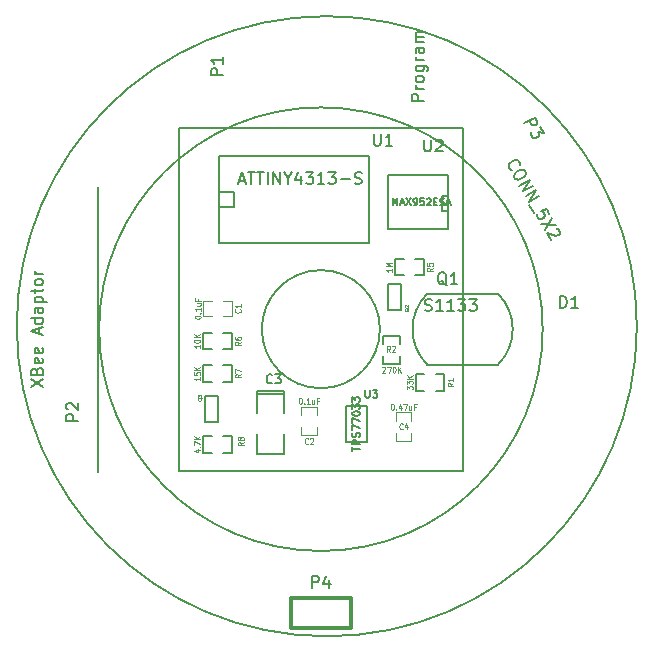
<source format=gbr>
%FSLAX46Y46*%
G04 Gerber Fmt 4.6, Leading zero omitted, Abs format (unit mm)*
G04 Created by KiCad (PCBNEW (2014-jul-16 BZR unknown)-product) date Tue 05 Aug 2014 16:38:57 CST*
%MOMM*%
G01*
G04 APERTURE LIST*
%ADD10C,0.150000*%
%ADD11C,0.200000*%
%ADD12C,0.127000*%
%ADD13C,0.304800*%
%ADD14C,0.119380*%
%ADD15C,0.060960*%
%ADD16C,0.114300*%
G04 APERTURE END LIST*
D10*
D11*
X205000000Y-100000000D02*
G75*
G03X205000000Y-100000000I-5000000J0D01*
G74*
G01*
X218776648Y-100000000D02*
G75*
G03X218776648Y-100000000I-18776648J0D01*
G74*
G01*
X181100000Y-112100000D02*
X181100000Y-88000000D01*
X188000000Y-83000000D02*
X188000000Y-112000000D01*
X212000000Y-83000000D02*
X188000000Y-83000000D01*
X212000000Y-112000000D02*
X212000000Y-83000000D01*
X188000000Y-112000000D02*
X212000000Y-112000000D01*
X226750000Y-99750000D02*
G75*
G03X226750000Y-99750000I-26250000J0D01*
G74*
G01*
D12*
X196893000Y-105460000D02*
X196893000Y-105206000D01*
X196893000Y-105206000D02*
X194607000Y-105206000D01*
X194607000Y-105206000D02*
X194607000Y-105460000D01*
X196893000Y-105460000D02*
X194607000Y-105460000D01*
X194607000Y-105460000D02*
X194607000Y-107111000D01*
X196893000Y-108889000D02*
X196893000Y-110540000D01*
X196893000Y-110540000D02*
X194607000Y-110540000D01*
X194607000Y-110540000D02*
X194607000Y-108889000D01*
X196893000Y-107111000D02*
X196893000Y-105460000D01*
D10*
X206800000Y-96150000D02*
X205700000Y-96150000D01*
X205700000Y-96150000D02*
X205700000Y-98350000D01*
X205700000Y-98350000D02*
X206800000Y-98350000D01*
X206800000Y-98350000D02*
X206800000Y-96200000D01*
X206800000Y-96200000D02*
X206800000Y-96150000D01*
X190200000Y-107850000D02*
X191300000Y-107850000D01*
X191300000Y-107850000D02*
X191300000Y-105650000D01*
X191300000Y-105650000D02*
X190200000Y-105650000D01*
X190200000Y-105650000D02*
X190200000Y-107800000D01*
X190200000Y-107800000D02*
X190200000Y-107850000D01*
D12*
X204100000Y-92683000D02*
X204100000Y-85317000D01*
X191400000Y-85317000D02*
X191400000Y-92683000D01*
X204100000Y-92683000D02*
X191400000Y-92683000D01*
X191400000Y-85317000D02*
X204100000Y-85317000D01*
X191400000Y-88365000D02*
X192670000Y-88365000D01*
X192670000Y-88365000D02*
X192670000Y-89635000D01*
X192670000Y-89635000D02*
X191400000Y-89635000D01*
X210790000Y-91536000D02*
X205710000Y-91536000D01*
X205710000Y-91536000D02*
X205710000Y-86964000D01*
X205710000Y-86964000D02*
X210790000Y-86964000D01*
X210790000Y-86964000D02*
X210790000Y-91536000D01*
X210790000Y-90012000D02*
X210282000Y-90012000D01*
X210282000Y-90012000D02*
X210282000Y-88742000D01*
X210282000Y-88742000D02*
X210790000Y-88742000D01*
X202111000Y-106476000D02*
X203889000Y-106476000D01*
X203889000Y-106476000D02*
X203889000Y-109524000D01*
X203889000Y-109524000D02*
X202111000Y-109524000D01*
X202111000Y-109524000D02*
X202111000Y-106476000D01*
D13*
X197460000Y-125270000D02*
X197460000Y-122730000D01*
X197460000Y-122730000D02*
X202540000Y-122730000D01*
X202540000Y-122730000D02*
X202540000Y-125270000D01*
X202540000Y-125270000D02*
X197460000Y-125270000D01*
D14*
X191750380Y-98900240D02*
X192448880Y-98900240D01*
X190749620Y-98900240D02*
X190051120Y-98900240D01*
X191750380Y-97599760D02*
X192448880Y-97599760D01*
X190051120Y-97599760D02*
X190749620Y-97599760D01*
X192448880Y-97615000D02*
X192448880Y-98885000D01*
X190051120Y-98885000D02*
X190051120Y-97615000D01*
X198349760Y-108250380D02*
X198349760Y-108948880D01*
X198349760Y-107249620D02*
X198349760Y-106551120D01*
X199650240Y-108250380D02*
X199650240Y-108948880D01*
X199650240Y-106551120D02*
X199650240Y-107249620D01*
X199635000Y-108948880D02*
X198365000Y-108948880D01*
X198365000Y-106551120D02*
X199635000Y-106551120D01*
X206349760Y-108750380D02*
X206349760Y-109448880D01*
X206349760Y-107749620D02*
X206349760Y-107051120D01*
X207650240Y-108750380D02*
X207650240Y-109448880D01*
X207650240Y-107051120D02*
X207650240Y-107749620D01*
X207635000Y-109448880D02*
X206365000Y-109448880D01*
X206365000Y-107051120D02*
X207635000Y-107051120D01*
D12*
X208749620Y-103801500D02*
X208043500Y-103801500D01*
X208043500Y-103801500D02*
X208043500Y-105198500D01*
X208043500Y-105198500D02*
X208749620Y-105198500D01*
X210456500Y-103801500D02*
X209750380Y-103801500D01*
X210456500Y-103801500D02*
X210456500Y-105198500D01*
X210456500Y-105198500D02*
X209750380Y-105198500D01*
X205301500Y-102250380D02*
X205301500Y-102956500D01*
X205301500Y-102956500D02*
X206698500Y-102956500D01*
X206698500Y-102956500D02*
X206698500Y-102250380D01*
X205301500Y-100543500D02*
X205301500Y-101249620D01*
X205301500Y-100543500D02*
X206698500Y-100543500D01*
X206698500Y-100543500D02*
X206698500Y-101249620D01*
X206999620Y-94051500D02*
X206293500Y-94051500D01*
X206293500Y-94051500D02*
X206293500Y-95448500D01*
X206293500Y-95448500D02*
X206999620Y-95448500D01*
X208706500Y-94051500D02*
X208000380Y-94051500D01*
X208706500Y-94051500D02*
X208706500Y-95448500D01*
X208706500Y-95448500D02*
X208000380Y-95448500D01*
X190749620Y-103051500D02*
X190043500Y-103051500D01*
X190043500Y-103051500D02*
X190043500Y-104448500D01*
X190043500Y-104448500D02*
X190749620Y-104448500D01*
X192456500Y-103051500D02*
X191750380Y-103051500D01*
X192456500Y-103051500D02*
X192456500Y-104448500D01*
X192456500Y-104448500D02*
X191750380Y-104448500D01*
X190749620Y-109051500D02*
X190043500Y-109051500D01*
X190043500Y-109051500D02*
X190043500Y-110448500D01*
X190043500Y-110448500D02*
X190749620Y-110448500D01*
X192456500Y-109051500D02*
X191750380Y-109051500D01*
X192456500Y-109051500D02*
X192456500Y-110448500D01*
X192456500Y-110448500D02*
X191750380Y-110448500D01*
X190749620Y-100301500D02*
X190043500Y-100301500D01*
X190043500Y-100301500D02*
X190043500Y-101698500D01*
X190043500Y-101698500D02*
X190749620Y-101698500D01*
X192456500Y-100301500D02*
X191750380Y-100301500D01*
X192456500Y-100301500D02*
X192456500Y-101698500D01*
X192456500Y-101698500D02*
X191750380Y-101698500D01*
D10*
X209000000Y-97000000D02*
G75*
G03X209000000Y-103000000I3000000J-3000000D01*
G74*
G01*
X215000000Y-103000000D02*
G75*
G03X215000000Y-97000000I-3000000J3000000D01*
G74*
G01*
X215000000Y-103000000D02*
X209000000Y-103000000D01*
X215000000Y-97000000D02*
X209000000Y-97000000D01*
D12*
X195873000Y-104522143D02*
X195836714Y-104558429D01*
X195727857Y-104594714D01*
X195655286Y-104594714D01*
X195546429Y-104558429D01*
X195473857Y-104485857D01*
X195437572Y-104413286D01*
X195401286Y-104268143D01*
X195401286Y-104159286D01*
X195437572Y-104014143D01*
X195473857Y-103941571D01*
X195546429Y-103869000D01*
X195655286Y-103832714D01*
X195727857Y-103832714D01*
X195836714Y-103869000D01*
X195873000Y-103905286D01*
X196127000Y-103832714D02*
X196598714Y-103832714D01*
X196344714Y-104123000D01*
X196453572Y-104123000D01*
X196526143Y-104159286D01*
X196562429Y-104195571D01*
X196598714Y-104268143D01*
X196598714Y-104449571D01*
X196562429Y-104522143D01*
X196526143Y-104558429D01*
X196453572Y-104594714D01*
X196235857Y-104594714D01*
X196163286Y-104558429D01*
X196127000Y-104522143D01*
D15*
X207414132Y-98228545D02*
X207399860Y-98257090D01*
X207371315Y-98285634D01*
X207328498Y-98328451D01*
X207314226Y-98356996D01*
X207314226Y-98385541D01*
X207385588Y-98371269D02*
X207371315Y-98399813D01*
X207342770Y-98428358D01*
X207285681Y-98442630D01*
X207185774Y-98442630D01*
X207128685Y-98428358D01*
X207100140Y-98399813D01*
X207085868Y-98371269D01*
X207085868Y-98314179D01*
X207100140Y-98285634D01*
X207128685Y-98257090D01*
X207185774Y-98242817D01*
X207285681Y-98242817D01*
X207342770Y-98257090D01*
X207371315Y-98285634D01*
X207385588Y-98314179D01*
X207385588Y-98371269D01*
X207114412Y-98128638D02*
X207100140Y-98114366D01*
X207085868Y-98085821D01*
X207085868Y-98014459D01*
X207100140Y-97985915D01*
X207114412Y-97971642D01*
X207142957Y-97957370D01*
X207171502Y-97957370D01*
X207214319Y-97971642D01*
X207385588Y-98142911D01*
X207385588Y-97957370D01*
X189914132Y-105828545D02*
X189899860Y-105857090D01*
X189871315Y-105885634D01*
X189828498Y-105928451D01*
X189814226Y-105956996D01*
X189814226Y-105985541D01*
X189885588Y-105971269D02*
X189871315Y-105999813D01*
X189842770Y-106028358D01*
X189785681Y-106042630D01*
X189685774Y-106042630D01*
X189628685Y-106028358D01*
X189600140Y-105999813D01*
X189585868Y-105971269D01*
X189585868Y-105914179D01*
X189600140Y-105885634D01*
X189628685Y-105857090D01*
X189685774Y-105842817D01*
X189785681Y-105842817D01*
X189842770Y-105857090D01*
X189871315Y-105885634D01*
X189885588Y-105914179D01*
X189885588Y-105971269D01*
X189585868Y-105742911D02*
X189585868Y-105557370D01*
X189700047Y-105657277D01*
X189700047Y-105614459D01*
X189714319Y-105585915D01*
X189728591Y-105571642D01*
X189757136Y-105557370D01*
X189828498Y-105557370D01*
X189857043Y-105571642D01*
X189871315Y-105585915D01*
X189885588Y-105614459D01*
X189885588Y-105700094D01*
X189871315Y-105728638D01*
X189857043Y-105742911D01*
D10*
X204488095Y-83452381D02*
X204488095Y-84261905D01*
X204535714Y-84357143D01*
X204583333Y-84404762D01*
X204678571Y-84452381D01*
X204869048Y-84452381D01*
X204964286Y-84404762D01*
X205011905Y-84357143D01*
X205059524Y-84261905D01*
X205059524Y-83452381D01*
X206059524Y-84452381D02*
X205488095Y-84452381D01*
X205773809Y-84452381D02*
X205773809Y-83452381D01*
X205678571Y-83595238D01*
X205583333Y-83690476D01*
X205488095Y-83738095D01*
X193059524Y-87416667D02*
X193535715Y-87416667D01*
X192964286Y-87702381D02*
X193297619Y-86702381D01*
X193630953Y-87702381D01*
X193821429Y-86702381D02*
X194392858Y-86702381D01*
X194107143Y-87702381D02*
X194107143Y-86702381D01*
X194583334Y-86702381D02*
X195154763Y-86702381D01*
X194869048Y-87702381D02*
X194869048Y-86702381D01*
X195488096Y-87702381D02*
X195488096Y-86702381D01*
X195964286Y-87702381D02*
X195964286Y-86702381D01*
X196535715Y-87702381D01*
X196535715Y-86702381D01*
X197202381Y-87226190D02*
X197202381Y-87702381D01*
X196869048Y-86702381D02*
X197202381Y-87226190D01*
X197535715Y-86702381D01*
X198297620Y-87035714D02*
X198297620Y-87702381D01*
X198059524Y-86654762D02*
X197821429Y-87369048D01*
X198440477Y-87369048D01*
X198726191Y-86702381D02*
X199345239Y-86702381D01*
X199011905Y-87083333D01*
X199154763Y-87083333D01*
X199250001Y-87130952D01*
X199297620Y-87178571D01*
X199345239Y-87273810D01*
X199345239Y-87511905D01*
X199297620Y-87607143D01*
X199250001Y-87654762D01*
X199154763Y-87702381D01*
X198869048Y-87702381D01*
X198773810Y-87654762D01*
X198726191Y-87607143D01*
X200297620Y-87702381D02*
X199726191Y-87702381D01*
X200011905Y-87702381D02*
X200011905Y-86702381D01*
X199916667Y-86845238D01*
X199821429Y-86940476D01*
X199726191Y-86988095D01*
X200630953Y-86702381D02*
X201250001Y-86702381D01*
X200916667Y-87083333D01*
X201059525Y-87083333D01*
X201154763Y-87130952D01*
X201202382Y-87178571D01*
X201250001Y-87273810D01*
X201250001Y-87511905D01*
X201202382Y-87607143D01*
X201154763Y-87654762D01*
X201059525Y-87702381D01*
X200773810Y-87702381D01*
X200678572Y-87654762D01*
X200630953Y-87607143D01*
X201678572Y-87321429D02*
X202440477Y-87321429D01*
X202869048Y-87654762D02*
X203011905Y-87702381D01*
X203250001Y-87702381D01*
X203345239Y-87654762D01*
X203392858Y-87607143D01*
X203440477Y-87511905D01*
X203440477Y-87416667D01*
X203392858Y-87321429D01*
X203345239Y-87273810D01*
X203250001Y-87226190D01*
X203059524Y-87178571D01*
X202964286Y-87130952D01*
X202916667Y-87083333D01*
X202869048Y-86988095D01*
X202869048Y-86892857D01*
X202916667Y-86797619D01*
X202964286Y-86750000D01*
X203059524Y-86702381D01*
X203297620Y-86702381D01*
X203440477Y-86750000D01*
X208738095Y-83952381D02*
X208738095Y-84761905D01*
X208785714Y-84857143D01*
X208833333Y-84904762D01*
X208928571Y-84952381D01*
X209119048Y-84952381D01*
X209214286Y-84904762D01*
X209261905Y-84857143D01*
X209309524Y-84761905D01*
X209309524Y-83952381D01*
X209738095Y-84047619D02*
X209785714Y-84000000D01*
X209880952Y-83952381D01*
X210119048Y-83952381D01*
X210214286Y-84000000D01*
X210261905Y-84047619D01*
X210309524Y-84142857D01*
X210309524Y-84238095D01*
X210261905Y-84380952D01*
X209690476Y-84952381D01*
X210309524Y-84952381D01*
X206085713Y-89521429D02*
X206085713Y-88921429D01*
X206285713Y-89350000D01*
X206485713Y-88921429D01*
X206485713Y-89521429D01*
X206742856Y-89350000D02*
X207028570Y-89350000D01*
X206685713Y-89521429D02*
X206885713Y-88921429D01*
X207085713Y-89521429D01*
X207228570Y-88921429D02*
X207628570Y-89521429D01*
X207628570Y-88921429D02*
X207228570Y-89521429D01*
X207885714Y-89521429D02*
X207999999Y-89521429D01*
X208057142Y-89492857D01*
X208085714Y-89464286D01*
X208142856Y-89378571D01*
X208171428Y-89264286D01*
X208171428Y-89035714D01*
X208142856Y-88978571D01*
X208114285Y-88950000D01*
X208057142Y-88921429D01*
X207942856Y-88921429D01*
X207885714Y-88950000D01*
X207857142Y-88978571D01*
X207828571Y-89035714D01*
X207828571Y-89178571D01*
X207857142Y-89235714D01*
X207885714Y-89264286D01*
X207942856Y-89292857D01*
X208057142Y-89292857D01*
X208114285Y-89264286D01*
X208142856Y-89235714D01*
X208171428Y-89178571D01*
X208714285Y-88921429D02*
X208428571Y-88921429D01*
X208400000Y-89207143D01*
X208428571Y-89178571D01*
X208485714Y-89150000D01*
X208628571Y-89150000D01*
X208685714Y-89178571D01*
X208714285Y-89207143D01*
X208742857Y-89264286D01*
X208742857Y-89407143D01*
X208714285Y-89464286D01*
X208685714Y-89492857D01*
X208628571Y-89521429D01*
X208485714Y-89521429D01*
X208428571Y-89492857D01*
X208400000Y-89464286D01*
X208971429Y-88978571D02*
X209000000Y-88950000D01*
X209057143Y-88921429D01*
X209200000Y-88921429D01*
X209257143Y-88950000D01*
X209285714Y-88978571D01*
X209314286Y-89035714D01*
X209314286Y-89092857D01*
X209285714Y-89178571D01*
X208942857Y-89521429D01*
X209314286Y-89521429D01*
X209571429Y-89207143D02*
X209771429Y-89207143D01*
X209857143Y-89521429D02*
X209571429Y-89521429D01*
X209571429Y-88921429D01*
X209857143Y-88921429D01*
X210085715Y-89492857D02*
X210171429Y-89521429D01*
X210314286Y-89521429D01*
X210371429Y-89492857D01*
X210400000Y-89464286D01*
X210428572Y-89407143D01*
X210428572Y-89350000D01*
X210400000Y-89292857D01*
X210371429Y-89264286D01*
X210314286Y-89235714D01*
X210200000Y-89207143D01*
X210142858Y-89178571D01*
X210114286Y-89150000D01*
X210085715Y-89092857D01*
X210085715Y-89035714D01*
X210114286Y-88978571D01*
X210142858Y-88950000D01*
X210200000Y-88921429D01*
X210342858Y-88921429D01*
X210428572Y-88950000D01*
X210657144Y-89350000D02*
X210942858Y-89350000D01*
X210600001Y-89521429D02*
X210800001Y-88921429D01*
X211000001Y-89521429D01*
D12*
X203766190Y-105152262D02*
X203766190Y-105666310D01*
X203796429Y-105726786D01*
X203826667Y-105757024D01*
X203887143Y-105787262D01*
X204008095Y-105787262D01*
X204068571Y-105757024D01*
X204098810Y-105726786D01*
X204129048Y-105666310D01*
X204129048Y-105152262D01*
X204370952Y-105152262D02*
X204764048Y-105152262D01*
X204552381Y-105394167D01*
X204643095Y-105394167D01*
X204703571Y-105424405D01*
X204733809Y-105454643D01*
X204764048Y-105515119D01*
X204764048Y-105666310D01*
X204733809Y-105726786D01*
X204703571Y-105757024D01*
X204643095Y-105787262D01*
X204461667Y-105787262D01*
X204401190Y-105757024D01*
X204370952Y-105726786D01*
X202652262Y-110313215D02*
X202652262Y-109950358D01*
X203287262Y-110131786D02*
X202652262Y-110131786D01*
X203287262Y-109738691D02*
X202652262Y-109738691D01*
X202652262Y-109496786D01*
X202682500Y-109436310D01*
X202712738Y-109406071D01*
X202773214Y-109375833D01*
X202863929Y-109375833D01*
X202924405Y-109406071D01*
X202954643Y-109436310D01*
X202984881Y-109496786D01*
X202984881Y-109738691D01*
X203257024Y-109133929D02*
X203287262Y-109043214D01*
X203287262Y-108892024D01*
X203257024Y-108831548D01*
X203226786Y-108801310D01*
X203166310Y-108771071D01*
X203105833Y-108771071D01*
X203045357Y-108801310D01*
X203015119Y-108831548D01*
X202984881Y-108892024D01*
X202954643Y-109012976D01*
X202924405Y-109073452D01*
X202894167Y-109103691D01*
X202833690Y-109133929D01*
X202773214Y-109133929D01*
X202712738Y-109103691D01*
X202682500Y-109073452D01*
X202652262Y-109012976D01*
X202652262Y-108861786D01*
X202682500Y-108771071D01*
X202652262Y-108559405D02*
X202652262Y-108136071D01*
X203287262Y-108408214D01*
X202652262Y-107954643D02*
X202652262Y-107531309D01*
X203287262Y-107803452D01*
X202652262Y-107168452D02*
X202652262Y-107107976D01*
X202682500Y-107047500D01*
X202712738Y-107017262D01*
X202773214Y-106987024D01*
X202894167Y-106956785D01*
X203045357Y-106956785D01*
X203166310Y-106987024D01*
X203226786Y-107017262D01*
X203257024Y-107047500D01*
X203287262Y-107107976D01*
X203287262Y-107168452D01*
X203257024Y-107228928D01*
X203226786Y-107259166D01*
X203166310Y-107289405D01*
X203045357Y-107319643D01*
X202894167Y-107319643D01*
X202773214Y-107289405D01*
X202712738Y-107259166D01*
X202682500Y-107228928D01*
X202652262Y-107168452D01*
X202652262Y-106745119D02*
X202652262Y-106352023D01*
X202894167Y-106563690D01*
X202894167Y-106472976D01*
X202924405Y-106412500D01*
X202954643Y-106382262D01*
X203015119Y-106352023D01*
X203166310Y-106352023D01*
X203226786Y-106382262D01*
X203257024Y-106412500D01*
X203287262Y-106472976D01*
X203287262Y-106654404D01*
X203257024Y-106714881D01*
X203226786Y-106745119D01*
X202652262Y-106140357D02*
X202652262Y-105747261D01*
X202894167Y-105958928D01*
X202894167Y-105868214D01*
X202924405Y-105807738D01*
X202954643Y-105777500D01*
X203015119Y-105747261D01*
X203166310Y-105747261D01*
X203226786Y-105777500D01*
X203257024Y-105807738D01*
X203287262Y-105868214D01*
X203287262Y-106049642D01*
X203257024Y-106110119D01*
X203226786Y-106140357D01*
D10*
X199261905Y-121912381D02*
X199261905Y-120912381D01*
X199642858Y-120912381D01*
X199738096Y-120960000D01*
X199785715Y-121007619D01*
X199833334Y-121102857D01*
X199833334Y-121245714D01*
X199785715Y-121340952D01*
X199738096Y-121388571D01*
X199642858Y-121436190D01*
X199261905Y-121436190D01*
X200690477Y-121245714D02*
X200690477Y-121912381D01*
X200452381Y-120864762D02*
X200214286Y-121579048D01*
X200833334Y-121579048D01*
X220261905Y-98202381D02*
X220261905Y-97202381D01*
X220500000Y-97202381D01*
X220642858Y-97250000D01*
X220738096Y-97345238D01*
X220785715Y-97440476D01*
X220833334Y-97630952D01*
X220833334Y-97773810D01*
X220785715Y-97964286D01*
X220738096Y-98059524D01*
X220642858Y-98154762D01*
X220500000Y-98202381D01*
X220261905Y-98202381D01*
X221785715Y-98202381D02*
X221214286Y-98202381D01*
X221500000Y-98202381D02*
X221500000Y-97202381D01*
X221404762Y-97345238D01*
X221309524Y-97440476D01*
X221214286Y-97488095D01*
D16*
X193181429Y-98326200D02*
X193205619Y-98347971D01*
X193229810Y-98413285D01*
X193229810Y-98456828D01*
X193205619Y-98522143D01*
X193157238Y-98565685D01*
X193108857Y-98587457D01*
X193012095Y-98609228D01*
X192939524Y-98609228D01*
X192842762Y-98587457D01*
X192794381Y-98565685D01*
X192746000Y-98522143D01*
X192721810Y-98456828D01*
X192721810Y-98413285D01*
X192746000Y-98347971D01*
X192770190Y-98326200D01*
X193229810Y-97890771D02*
X193229810Y-98152028D01*
X193229810Y-98021400D02*
X192721810Y-98021400D01*
X192794381Y-98064943D01*
X192842762Y-98108485D01*
X192866952Y-98152028D01*
X189320810Y-99001114D02*
X189320810Y-98957571D01*
X189345000Y-98914028D01*
X189369190Y-98892257D01*
X189417571Y-98870486D01*
X189514333Y-98848714D01*
X189635286Y-98848714D01*
X189732048Y-98870486D01*
X189780429Y-98892257D01*
X189804619Y-98914028D01*
X189828810Y-98957571D01*
X189828810Y-99001114D01*
X189804619Y-99044657D01*
X189780429Y-99066428D01*
X189732048Y-99088200D01*
X189635286Y-99109971D01*
X189514333Y-99109971D01*
X189417571Y-99088200D01*
X189369190Y-99066428D01*
X189345000Y-99044657D01*
X189320810Y-99001114D01*
X189780429Y-98652771D02*
X189804619Y-98630999D01*
X189828810Y-98652771D01*
X189804619Y-98674542D01*
X189780429Y-98652771D01*
X189828810Y-98652771D01*
X189828810Y-98195571D02*
X189828810Y-98456828D01*
X189828810Y-98326200D02*
X189320810Y-98326200D01*
X189393381Y-98369743D01*
X189441762Y-98413285D01*
X189465952Y-98456828D01*
X189490143Y-97803685D02*
X189828810Y-97803685D01*
X189490143Y-97999628D02*
X189756238Y-97999628D01*
X189804619Y-97977856D01*
X189828810Y-97934314D01*
X189828810Y-97868999D01*
X189804619Y-97825456D01*
X189780429Y-97803685D01*
X189562714Y-97433571D02*
X189562714Y-97585971D01*
X189828810Y-97585971D02*
X189320810Y-97585971D01*
X189320810Y-97368257D01*
X198923800Y-109681429D02*
X198902029Y-109705619D01*
X198836715Y-109729810D01*
X198793172Y-109729810D01*
X198727857Y-109705619D01*
X198684315Y-109657238D01*
X198662543Y-109608857D01*
X198640772Y-109512095D01*
X198640772Y-109439524D01*
X198662543Y-109342762D01*
X198684315Y-109294381D01*
X198727857Y-109246000D01*
X198793172Y-109221810D01*
X198836715Y-109221810D01*
X198902029Y-109246000D01*
X198923800Y-109270190D01*
X199097972Y-109270190D02*
X199119743Y-109246000D01*
X199163286Y-109221810D01*
X199272143Y-109221810D01*
X199315686Y-109246000D01*
X199337457Y-109270190D01*
X199359229Y-109318571D01*
X199359229Y-109366952D01*
X199337457Y-109439524D01*
X199076200Y-109729810D01*
X199359229Y-109729810D01*
X198248886Y-105820810D02*
X198292429Y-105820810D01*
X198335972Y-105845000D01*
X198357743Y-105869190D01*
X198379514Y-105917571D01*
X198401286Y-106014333D01*
X198401286Y-106135286D01*
X198379514Y-106232048D01*
X198357743Y-106280429D01*
X198335972Y-106304619D01*
X198292429Y-106328810D01*
X198248886Y-106328810D01*
X198205343Y-106304619D01*
X198183572Y-106280429D01*
X198161800Y-106232048D01*
X198140029Y-106135286D01*
X198140029Y-106014333D01*
X198161800Y-105917571D01*
X198183572Y-105869190D01*
X198205343Y-105845000D01*
X198248886Y-105820810D01*
X198597229Y-106280429D02*
X198619001Y-106304619D01*
X198597229Y-106328810D01*
X198575458Y-106304619D01*
X198597229Y-106280429D01*
X198597229Y-106328810D01*
X199054429Y-106328810D02*
X198793172Y-106328810D01*
X198923800Y-106328810D02*
X198923800Y-105820810D01*
X198880257Y-105893381D01*
X198836715Y-105941762D01*
X198793172Y-105965952D01*
X199446315Y-105990143D02*
X199446315Y-106328810D01*
X199250372Y-105990143D02*
X199250372Y-106256238D01*
X199272144Y-106304619D01*
X199315686Y-106328810D01*
X199381001Y-106328810D01*
X199424544Y-106304619D01*
X199446315Y-106280429D01*
X199816429Y-106062714D02*
X199664029Y-106062714D01*
X199664029Y-106328810D02*
X199664029Y-105820810D01*
X199881743Y-105820810D01*
X206923800Y-108431429D02*
X206902029Y-108455619D01*
X206836715Y-108479810D01*
X206793172Y-108479810D01*
X206727857Y-108455619D01*
X206684315Y-108407238D01*
X206662543Y-108358857D01*
X206640772Y-108262095D01*
X206640772Y-108189524D01*
X206662543Y-108092762D01*
X206684315Y-108044381D01*
X206727857Y-107996000D01*
X206793172Y-107971810D01*
X206836715Y-107971810D01*
X206902029Y-107996000D01*
X206923800Y-108020190D01*
X207315686Y-108141143D02*
X207315686Y-108479810D01*
X207206829Y-107947619D02*
X207097972Y-108310476D01*
X207381000Y-108310476D01*
X206031171Y-106320810D02*
X206074714Y-106320810D01*
X206118257Y-106345000D01*
X206140028Y-106369190D01*
X206161799Y-106417571D01*
X206183571Y-106514333D01*
X206183571Y-106635286D01*
X206161799Y-106732048D01*
X206140028Y-106780429D01*
X206118257Y-106804619D01*
X206074714Y-106828810D01*
X206031171Y-106828810D01*
X205987628Y-106804619D01*
X205965857Y-106780429D01*
X205944085Y-106732048D01*
X205922314Y-106635286D01*
X205922314Y-106514333D01*
X205944085Y-106417571D01*
X205965857Y-106369190D01*
X205987628Y-106345000D01*
X206031171Y-106320810D01*
X206379514Y-106780429D02*
X206401286Y-106804619D01*
X206379514Y-106828810D01*
X206357743Y-106804619D01*
X206379514Y-106780429D01*
X206379514Y-106828810D01*
X206793171Y-106490143D02*
X206793171Y-106828810D01*
X206684314Y-106296619D02*
X206575457Y-106659476D01*
X206858485Y-106659476D01*
X206989114Y-106320810D02*
X207293914Y-106320810D01*
X207097971Y-106828810D01*
X207664029Y-106490143D02*
X207664029Y-106828810D01*
X207468086Y-106490143D02*
X207468086Y-106756238D01*
X207489858Y-106804619D01*
X207533400Y-106828810D01*
X207598715Y-106828810D01*
X207642258Y-106804619D01*
X207664029Y-106780429D01*
X208034143Y-106562714D02*
X207881743Y-106562714D01*
X207881743Y-106828810D02*
X207881743Y-106320810D01*
X208099457Y-106320810D01*
X211226362Y-104576200D02*
X210988086Y-104728600D01*
X211226362Y-104837457D02*
X210725982Y-104837457D01*
X210725982Y-104663285D01*
X210749810Y-104619743D01*
X210773638Y-104597971D01*
X210821293Y-104576200D01*
X210892776Y-104576200D01*
X210940431Y-104597971D01*
X210964259Y-104619743D01*
X210988086Y-104663285D01*
X210988086Y-104837457D01*
X211226362Y-104140771D02*
X211226362Y-104402028D01*
X211226362Y-104271400D02*
X210725982Y-104271400D01*
X210797465Y-104314943D01*
X210845120Y-104358485D01*
X210868948Y-104402028D01*
X207272550Y-105098715D02*
X207272550Y-104815686D01*
X207466073Y-104968086D01*
X207466073Y-104902772D01*
X207490264Y-104859229D01*
X207514454Y-104837458D01*
X207562835Y-104815686D01*
X207683788Y-104815686D01*
X207732169Y-104837458D01*
X207756359Y-104859229D01*
X207780550Y-104902772D01*
X207780550Y-105033400D01*
X207756359Y-105076943D01*
X207732169Y-105098715D01*
X207272550Y-104663286D02*
X207272550Y-104380257D01*
X207466073Y-104532657D01*
X207466073Y-104467343D01*
X207490264Y-104423800D01*
X207514454Y-104402029D01*
X207562835Y-104380257D01*
X207683788Y-104380257D01*
X207732169Y-104402029D01*
X207756359Y-104423800D01*
X207780550Y-104467343D01*
X207780550Y-104597971D01*
X207756359Y-104641514D01*
X207732169Y-104663286D01*
X207780550Y-104184314D02*
X207272550Y-104184314D01*
X207780550Y-103923057D02*
X207490264Y-104119000D01*
X207272550Y-103923057D02*
X207562835Y-104184314D01*
X205860300Y-101912862D02*
X205707900Y-101674586D01*
X205599043Y-101912862D02*
X205599043Y-101412482D01*
X205773215Y-101412482D01*
X205816757Y-101436310D01*
X205838529Y-101460138D01*
X205860300Y-101507793D01*
X205860300Y-101579276D01*
X205838529Y-101626931D01*
X205816757Y-101650759D01*
X205773215Y-101674586D01*
X205599043Y-101674586D01*
X206034472Y-101460138D02*
X206056243Y-101436310D01*
X206099786Y-101412482D01*
X206208643Y-101412482D01*
X206252186Y-101436310D01*
X206273957Y-101460138D01*
X206295729Y-101507793D01*
X206295729Y-101555448D01*
X206273957Y-101626931D01*
X206012700Y-101912862D01*
X206295729Y-101912862D01*
X205205343Y-103219450D02*
X205227114Y-103195260D01*
X205270657Y-103171070D01*
X205379514Y-103171070D01*
X205423057Y-103195260D01*
X205444828Y-103219450D01*
X205466600Y-103267831D01*
X205466600Y-103316212D01*
X205444828Y-103388784D01*
X205183571Y-103679070D01*
X205466600Y-103679070D01*
X205619000Y-103171070D02*
X205923800Y-103171070D01*
X205727857Y-103679070D01*
X206185058Y-103171070D02*
X206228601Y-103171070D01*
X206272144Y-103195260D01*
X206293915Y-103219450D01*
X206315686Y-103267831D01*
X206337458Y-103364593D01*
X206337458Y-103485546D01*
X206315686Y-103582308D01*
X206293915Y-103630689D01*
X206272144Y-103654879D01*
X206228601Y-103679070D01*
X206185058Y-103679070D01*
X206141515Y-103654879D01*
X206119744Y-103630689D01*
X206097972Y-103582308D01*
X206076201Y-103485546D01*
X206076201Y-103364593D01*
X206097972Y-103267831D01*
X206119744Y-103219450D01*
X206141515Y-103195260D01*
X206185058Y-103171070D01*
X206533401Y-103679070D02*
X206533401Y-103171070D01*
X206794658Y-103679070D02*
X206598715Y-103388784D01*
X206794658Y-103171070D02*
X206533401Y-103461355D01*
X209476362Y-94826200D02*
X209238086Y-94978600D01*
X209476362Y-95087457D02*
X208975982Y-95087457D01*
X208975982Y-94913285D01*
X208999810Y-94869743D01*
X209023638Y-94847971D01*
X209071293Y-94826200D01*
X209142776Y-94826200D01*
X209190431Y-94847971D01*
X209214259Y-94869743D01*
X209238086Y-94913285D01*
X209238086Y-95087457D01*
X208975982Y-94412543D02*
X208975982Y-94630257D01*
X209214259Y-94652028D01*
X209190431Y-94630257D01*
X209166603Y-94586714D01*
X209166603Y-94477857D01*
X209190431Y-94434314D01*
X209214259Y-94412543D01*
X209261914Y-94390771D01*
X209381052Y-94390771D01*
X209428707Y-94412543D01*
X209452535Y-94434314D01*
X209476362Y-94477857D01*
X209476362Y-94586714D01*
X209452535Y-94630257D01*
X209428707Y-94652028D01*
X206030550Y-94880628D02*
X206030550Y-95141885D01*
X206030550Y-95011257D02*
X205522550Y-95011257D01*
X205595121Y-95054800D01*
X205643502Y-95098342D01*
X205667692Y-95141885D01*
X206030550Y-94684685D02*
X205522550Y-94684685D01*
X205885407Y-94532285D01*
X205522550Y-94379885D01*
X206030550Y-94379885D01*
X193226362Y-103826200D02*
X192988086Y-103978600D01*
X193226362Y-104087457D02*
X192725982Y-104087457D01*
X192725982Y-103913285D01*
X192749810Y-103869743D01*
X192773638Y-103847971D01*
X192821293Y-103826200D01*
X192892776Y-103826200D01*
X192940431Y-103847971D01*
X192964259Y-103869743D01*
X192988086Y-103913285D01*
X192988086Y-104087457D01*
X192725982Y-103673800D02*
X192725982Y-103369000D01*
X193226362Y-103564943D01*
X189780550Y-104065686D02*
X189780550Y-104326943D01*
X189780550Y-104196315D02*
X189272550Y-104196315D01*
X189345121Y-104239858D01*
X189393502Y-104283400D01*
X189417692Y-104326943D01*
X189272550Y-103652029D02*
X189272550Y-103869743D01*
X189514454Y-103891514D01*
X189490264Y-103869743D01*
X189466073Y-103826200D01*
X189466073Y-103717343D01*
X189490264Y-103673800D01*
X189514454Y-103652029D01*
X189562835Y-103630257D01*
X189683788Y-103630257D01*
X189732169Y-103652029D01*
X189756359Y-103673800D01*
X189780550Y-103717343D01*
X189780550Y-103826200D01*
X189756359Y-103869743D01*
X189732169Y-103891514D01*
X189780550Y-103434314D02*
X189272550Y-103434314D01*
X189780550Y-103173057D02*
X189490264Y-103369000D01*
X189272550Y-103173057D02*
X189562835Y-103434314D01*
X193476362Y-109576200D02*
X193238086Y-109728600D01*
X193476362Y-109837457D02*
X192975982Y-109837457D01*
X192975982Y-109663285D01*
X192999810Y-109619743D01*
X193023638Y-109597971D01*
X193071293Y-109576200D01*
X193142776Y-109576200D01*
X193190431Y-109597971D01*
X193214259Y-109619743D01*
X193238086Y-109663285D01*
X193238086Y-109837457D01*
X193190431Y-109314943D02*
X193166603Y-109358485D01*
X193142776Y-109380257D01*
X193095120Y-109402028D01*
X193071293Y-109402028D01*
X193023638Y-109380257D01*
X192999810Y-109358485D01*
X192975982Y-109314943D01*
X192975982Y-109227857D01*
X192999810Y-109184314D01*
X193023638Y-109162543D01*
X193071293Y-109140771D01*
X193095120Y-109140771D01*
X193142776Y-109162543D01*
X193166603Y-109184314D01*
X193190431Y-109227857D01*
X193190431Y-109314943D01*
X193214259Y-109358485D01*
X193238086Y-109380257D01*
X193285741Y-109402028D01*
X193381052Y-109402028D01*
X193428707Y-109380257D01*
X193452535Y-109358485D01*
X193476362Y-109314943D01*
X193476362Y-109227857D01*
X193452535Y-109184314D01*
X193428707Y-109162543D01*
X193381052Y-109140771D01*
X193285741Y-109140771D01*
X193238086Y-109162543D01*
X193214259Y-109184314D01*
X193190431Y-109227857D01*
X189441883Y-110218086D02*
X189780550Y-110218086D01*
X189248359Y-110326943D02*
X189611216Y-110435800D01*
X189611216Y-110152772D01*
X189732169Y-109978600D02*
X189756359Y-109956828D01*
X189780550Y-109978600D01*
X189756359Y-110000371D01*
X189732169Y-109978600D01*
X189780550Y-109978600D01*
X189272550Y-109804429D02*
X189272550Y-109499629D01*
X189780550Y-109695572D01*
X189780550Y-109325457D02*
X189272550Y-109325457D01*
X189780550Y-109064200D02*
X189490264Y-109260143D01*
X189272550Y-109064200D02*
X189562835Y-109325457D01*
X193226362Y-101076200D02*
X192988086Y-101228600D01*
X193226362Y-101337457D02*
X192725982Y-101337457D01*
X192725982Y-101163285D01*
X192749810Y-101119743D01*
X192773638Y-101097971D01*
X192821293Y-101076200D01*
X192892776Y-101076200D01*
X192940431Y-101097971D01*
X192964259Y-101119743D01*
X192988086Y-101163285D01*
X192988086Y-101337457D01*
X192725982Y-100684314D02*
X192725982Y-100771400D01*
X192749810Y-100814943D01*
X192773638Y-100836714D01*
X192845120Y-100880257D01*
X192940431Y-100902028D01*
X193131052Y-100902028D01*
X193178707Y-100880257D01*
X193202535Y-100858485D01*
X193226362Y-100814943D01*
X193226362Y-100727857D01*
X193202535Y-100684314D01*
X193178707Y-100662543D01*
X193131052Y-100640771D01*
X193011914Y-100640771D01*
X192964259Y-100662543D01*
X192940431Y-100684314D01*
X192916603Y-100727857D01*
X192916603Y-100814943D01*
X192940431Y-100858485D01*
X192964259Y-100880257D01*
X193011914Y-100902028D01*
X189780550Y-101315686D02*
X189780550Y-101576943D01*
X189780550Y-101446315D02*
X189272550Y-101446315D01*
X189345121Y-101489858D01*
X189393502Y-101533400D01*
X189417692Y-101576943D01*
X189272550Y-101032657D02*
X189272550Y-100989114D01*
X189296740Y-100945571D01*
X189320930Y-100923800D01*
X189369311Y-100902029D01*
X189466073Y-100880257D01*
X189587026Y-100880257D01*
X189683788Y-100902029D01*
X189732169Y-100923800D01*
X189756359Y-100945571D01*
X189780550Y-100989114D01*
X189780550Y-101032657D01*
X189756359Y-101076200D01*
X189732169Y-101097971D01*
X189683788Y-101119743D01*
X189587026Y-101141514D01*
X189466073Y-101141514D01*
X189369311Y-101119743D01*
X189320930Y-101097971D01*
X189296740Y-101076200D01*
X189272550Y-101032657D01*
X189780550Y-100684314D02*
X189272550Y-100684314D01*
X189780550Y-100423057D02*
X189490264Y-100619000D01*
X189272550Y-100423057D02*
X189562835Y-100684314D01*
D10*
X191702381Y-78488095D02*
X190702381Y-78488095D01*
X190702381Y-78107142D01*
X190750000Y-78011904D01*
X190797619Y-77964285D01*
X190892857Y-77916666D01*
X191035714Y-77916666D01*
X191130952Y-77964285D01*
X191178571Y-78011904D01*
X191226190Y-78107142D01*
X191226190Y-78488095D01*
X191702381Y-76964285D02*
X191702381Y-77535714D01*
X191702381Y-77250000D02*
X190702381Y-77250000D01*
X190845238Y-77345238D01*
X190940476Y-77440476D01*
X190988095Y-77535714D01*
X208702381Y-80654762D02*
X207702381Y-80654762D01*
X207702381Y-80273809D01*
X207750000Y-80178571D01*
X207797619Y-80130952D01*
X207892857Y-80083333D01*
X208035714Y-80083333D01*
X208130952Y-80130952D01*
X208178571Y-80178571D01*
X208226190Y-80273809D01*
X208226190Y-80654762D01*
X208702381Y-79654762D02*
X208035714Y-79654762D01*
X208226190Y-79654762D02*
X208130952Y-79607143D01*
X208083333Y-79559524D01*
X208035714Y-79464286D01*
X208035714Y-79369047D01*
X208702381Y-78892857D02*
X208654762Y-78988095D01*
X208607143Y-79035714D01*
X208511905Y-79083333D01*
X208226190Y-79083333D01*
X208130952Y-79035714D01*
X208083333Y-78988095D01*
X208035714Y-78892857D01*
X208035714Y-78749999D01*
X208083333Y-78654761D01*
X208130952Y-78607142D01*
X208226190Y-78559523D01*
X208511905Y-78559523D01*
X208607143Y-78607142D01*
X208654762Y-78654761D01*
X208702381Y-78749999D01*
X208702381Y-78892857D01*
X208035714Y-77702380D02*
X208845238Y-77702380D01*
X208940476Y-77749999D01*
X208988095Y-77797618D01*
X209035714Y-77892857D01*
X209035714Y-78035714D01*
X208988095Y-78130952D01*
X208654762Y-77702380D02*
X208702381Y-77797618D01*
X208702381Y-77988095D01*
X208654762Y-78083333D01*
X208607143Y-78130952D01*
X208511905Y-78178571D01*
X208226190Y-78178571D01*
X208130952Y-78130952D01*
X208083333Y-78083333D01*
X208035714Y-77988095D01*
X208035714Y-77797618D01*
X208083333Y-77702380D01*
X208702381Y-77226190D02*
X208035714Y-77226190D01*
X208226190Y-77226190D02*
X208130952Y-77178571D01*
X208083333Y-77130952D01*
X208035714Y-77035714D01*
X208035714Y-76940475D01*
X208702381Y-76178570D02*
X208178571Y-76178570D01*
X208083333Y-76226189D01*
X208035714Y-76321427D01*
X208035714Y-76511904D01*
X208083333Y-76607142D01*
X208654762Y-76178570D02*
X208702381Y-76273808D01*
X208702381Y-76511904D01*
X208654762Y-76607142D01*
X208559524Y-76654761D01*
X208464286Y-76654761D01*
X208369048Y-76607142D01*
X208321429Y-76511904D01*
X208321429Y-76273808D01*
X208273810Y-76178570D01*
X208702381Y-75702380D02*
X208035714Y-75702380D01*
X208130952Y-75702380D02*
X208083333Y-75654761D01*
X208035714Y-75559523D01*
X208035714Y-75416665D01*
X208083333Y-75321427D01*
X208178571Y-75273808D01*
X208702381Y-75273808D01*
X208178571Y-75273808D02*
X208083333Y-75226189D01*
X208035714Y-75130951D01*
X208035714Y-74988094D01*
X208083333Y-74892856D01*
X208178571Y-74845237D01*
X208702381Y-74845237D01*
X210654762Y-96297619D02*
X210559524Y-96250000D01*
X210464286Y-96154762D01*
X210321429Y-96011905D01*
X210226190Y-95964286D01*
X210130952Y-95964286D01*
X210178571Y-96202381D02*
X210083333Y-96154762D01*
X209988095Y-96059524D01*
X209940476Y-95869048D01*
X209940476Y-95535714D01*
X209988095Y-95345238D01*
X210083333Y-95250000D01*
X210178571Y-95202381D01*
X210369048Y-95202381D01*
X210464286Y-95250000D01*
X210559524Y-95345238D01*
X210607143Y-95535714D01*
X210607143Y-95869048D01*
X210559524Y-96059524D01*
X210464286Y-96154762D01*
X210369048Y-96202381D01*
X210178571Y-96202381D01*
X211559524Y-96202381D02*
X210988095Y-96202381D01*
X211273809Y-96202381D02*
X211273809Y-95202381D01*
X211178571Y-95345238D01*
X211083333Y-95440476D01*
X210988095Y-95488095D01*
X208809524Y-98404762D02*
X208952381Y-98452381D01*
X209190477Y-98452381D01*
X209285715Y-98404762D01*
X209333334Y-98357143D01*
X209380953Y-98261905D01*
X209380953Y-98166667D01*
X209333334Y-98071429D01*
X209285715Y-98023810D01*
X209190477Y-97976190D01*
X209000000Y-97928571D01*
X208904762Y-97880952D01*
X208857143Y-97833333D01*
X208809524Y-97738095D01*
X208809524Y-97642857D01*
X208857143Y-97547619D01*
X208904762Y-97500000D01*
X209000000Y-97452381D01*
X209238096Y-97452381D01*
X209380953Y-97500000D01*
X210333334Y-98452381D02*
X209761905Y-98452381D01*
X210047619Y-98452381D02*
X210047619Y-97452381D01*
X209952381Y-97595238D01*
X209857143Y-97690476D01*
X209761905Y-97738095D01*
X211285715Y-98452381D02*
X210714286Y-98452381D01*
X211000000Y-98452381D02*
X211000000Y-97452381D01*
X210904762Y-97595238D01*
X210809524Y-97690476D01*
X210714286Y-97738095D01*
X211619048Y-97452381D02*
X212238096Y-97452381D01*
X211904762Y-97833333D01*
X212047620Y-97833333D01*
X212142858Y-97880952D01*
X212190477Y-97928571D01*
X212238096Y-98023810D01*
X212238096Y-98261905D01*
X212190477Y-98357143D01*
X212142858Y-98404762D01*
X212047620Y-98452381D01*
X211761905Y-98452381D01*
X211666667Y-98404762D01*
X211619048Y-98357143D01*
X212571429Y-97452381D02*
X213190477Y-97452381D01*
X212857143Y-97833333D01*
X213000001Y-97833333D01*
X213095239Y-97880952D01*
X213142858Y-97928571D01*
X213190477Y-98023810D01*
X213190477Y-98261905D01*
X213142858Y-98357143D01*
X213095239Y-98404762D01*
X213000001Y-98452381D01*
X212714286Y-98452381D01*
X212619048Y-98404762D01*
X212571429Y-98357143D01*
X179452381Y-107738095D02*
X178452381Y-107738095D01*
X178452381Y-107357142D01*
X178500000Y-107261904D01*
X178547619Y-107214285D01*
X178642857Y-107166666D01*
X178785714Y-107166666D01*
X178880952Y-107214285D01*
X178928571Y-107261904D01*
X178976190Y-107357142D01*
X178976190Y-107738095D01*
X178547619Y-106785714D02*
X178500000Y-106738095D01*
X178452381Y-106642857D01*
X178452381Y-106404761D01*
X178500000Y-106309523D01*
X178547619Y-106261904D01*
X178642857Y-106214285D01*
X178738095Y-106214285D01*
X178880952Y-106261904D01*
X179452381Y-106833333D01*
X179452381Y-106214285D01*
X175452381Y-104904763D02*
X176452381Y-104238096D01*
X175452381Y-104238096D02*
X176452381Y-104904763D01*
X175928571Y-103523810D02*
X175976190Y-103380953D01*
X176023810Y-103333334D01*
X176119048Y-103285715D01*
X176261905Y-103285715D01*
X176357143Y-103333334D01*
X176404762Y-103380953D01*
X176452381Y-103476191D01*
X176452381Y-103857144D01*
X175452381Y-103857144D01*
X175452381Y-103523810D01*
X175500000Y-103428572D01*
X175547619Y-103380953D01*
X175642857Y-103333334D01*
X175738095Y-103333334D01*
X175833333Y-103380953D01*
X175880952Y-103428572D01*
X175928571Y-103523810D01*
X175928571Y-103857144D01*
X176404762Y-102476191D02*
X176452381Y-102571429D01*
X176452381Y-102761906D01*
X176404762Y-102857144D01*
X176309524Y-102904763D01*
X175928571Y-102904763D01*
X175833333Y-102857144D01*
X175785714Y-102761906D01*
X175785714Y-102571429D01*
X175833333Y-102476191D01*
X175928571Y-102428572D01*
X176023810Y-102428572D01*
X176119048Y-102904763D01*
X176404762Y-101619048D02*
X176452381Y-101714286D01*
X176452381Y-101904763D01*
X176404762Y-102000001D01*
X176309524Y-102047620D01*
X175928571Y-102047620D01*
X175833333Y-102000001D01*
X175785714Y-101904763D01*
X175785714Y-101714286D01*
X175833333Y-101619048D01*
X175928571Y-101571429D01*
X176023810Y-101571429D01*
X176119048Y-102047620D01*
X176166667Y-100428572D02*
X176166667Y-99952381D01*
X176452381Y-100523810D02*
X175452381Y-100190477D01*
X176452381Y-99857143D01*
X176452381Y-99095238D02*
X175452381Y-99095238D01*
X176404762Y-99095238D02*
X176452381Y-99190476D01*
X176452381Y-99380953D01*
X176404762Y-99476191D01*
X176357143Y-99523810D01*
X176261905Y-99571429D01*
X175976190Y-99571429D01*
X175880952Y-99523810D01*
X175833333Y-99476191D01*
X175785714Y-99380953D01*
X175785714Y-99190476D01*
X175833333Y-99095238D01*
X176452381Y-98190476D02*
X175928571Y-98190476D01*
X175833333Y-98238095D01*
X175785714Y-98333333D01*
X175785714Y-98523810D01*
X175833333Y-98619048D01*
X176404762Y-98190476D02*
X176452381Y-98285714D01*
X176452381Y-98523810D01*
X176404762Y-98619048D01*
X176309524Y-98666667D01*
X176214286Y-98666667D01*
X176119048Y-98619048D01*
X176071429Y-98523810D01*
X176071429Y-98285714D01*
X176023810Y-98190476D01*
X175785714Y-97714286D02*
X176785714Y-97714286D01*
X175833333Y-97714286D02*
X175785714Y-97619048D01*
X175785714Y-97428571D01*
X175833333Y-97333333D01*
X175880952Y-97285714D01*
X175976190Y-97238095D01*
X176261905Y-97238095D01*
X176357143Y-97285714D01*
X176404762Y-97333333D01*
X176452381Y-97428571D01*
X176452381Y-97619048D01*
X176404762Y-97714286D01*
X175785714Y-96952381D02*
X175785714Y-96571429D01*
X175452381Y-96809524D02*
X176309524Y-96809524D01*
X176404762Y-96761905D01*
X176452381Y-96666667D01*
X176452381Y-96571429D01*
X176452381Y-96095238D02*
X176404762Y-96190476D01*
X176357143Y-96238095D01*
X176261905Y-96285714D01*
X175976190Y-96285714D01*
X175880952Y-96238095D01*
X175833333Y-96190476D01*
X175785714Y-96095238D01*
X175785714Y-95952380D01*
X175833333Y-95857142D01*
X175880952Y-95809523D01*
X175976190Y-95761904D01*
X176261905Y-95761904D01*
X176357143Y-95809523D01*
X176404762Y-95857142D01*
X176452381Y-95952380D01*
X176452381Y-96095238D01*
X176452381Y-95333333D02*
X175785714Y-95333333D01*
X175976190Y-95333333D02*
X175880952Y-95285714D01*
X175833333Y-95238095D01*
X175785714Y-95142857D01*
X175785714Y-95047618D01*
X217239179Y-82586981D02*
X218105204Y-82086981D01*
X218295681Y-82416896D01*
X218302061Y-82523184D01*
X218284631Y-82588233D01*
X218225962Y-82677092D01*
X218102244Y-82748520D01*
X217995956Y-82754900D01*
X217930907Y-82737470D01*
X217842049Y-82678801D01*
X217651573Y-82348886D01*
X218557585Y-82870528D02*
X218867109Y-83406640D01*
X218370528Y-83308440D01*
X218441957Y-83432159D01*
X218448337Y-83538447D01*
X218430907Y-83603495D01*
X218372237Y-83692354D01*
X218166041Y-83811402D01*
X218059753Y-83817781D01*
X217994704Y-83800352D01*
X217905846Y-83741683D01*
X217762989Y-83494246D01*
X217756609Y-83387958D01*
X217774039Y-83322909D01*
X216154991Y-86518637D02*
X216089942Y-86501207D01*
X215977275Y-86401299D01*
X215929656Y-86318820D01*
X215899466Y-86171292D01*
X215934325Y-86041195D01*
X215992994Y-85952336D01*
X216134142Y-85815859D01*
X216257861Y-85744430D01*
X216446627Y-85690431D01*
X216552915Y-85684052D01*
X216683013Y-85718911D01*
X216795681Y-85818820D01*
X216843300Y-85901299D01*
X216873489Y-86048826D01*
X216856059Y-86113875D01*
X217248061Y-86602366D02*
X217343300Y-86767324D01*
X217349680Y-86873612D01*
X217314820Y-87003710D01*
X217173673Y-87140187D01*
X216884997Y-87306854D01*
X216696230Y-87360853D01*
X216566133Y-87325993D01*
X216477275Y-87267324D01*
X216382036Y-87102366D01*
X216375656Y-86996078D01*
X216410516Y-86865981D01*
X216551663Y-86729503D01*
X216840339Y-86562836D01*
X217029106Y-86508838D01*
X217159203Y-86543697D01*
X217248061Y-86602366D01*
X216810608Y-87844674D02*
X217676633Y-87344674D01*
X217096322Y-88339546D01*
X217962347Y-87839546D01*
X217334417Y-88751939D02*
X218200442Y-88251939D01*
X217620132Y-89246811D01*
X218486157Y-88746811D01*
X217656701Y-89500626D02*
X218037653Y-90160455D01*
X219343300Y-90231426D02*
X219105204Y-89819032D01*
X218669002Y-90015888D01*
X218734051Y-90033318D01*
X218822909Y-90091987D01*
X218941957Y-90298184D01*
X218948337Y-90404472D01*
X218930907Y-90469521D01*
X218872237Y-90558380D01*
X218666041Y-90677427D01*
X218559753Y-90683807D01*
X218494704Y-90666377D01*
X218405846Y-90607708D01*
X218286798Y-90401511D01*
X218280418Y-90295223D01*
X218297848Y-90230174D01*
X219533776Y-90561340D02*
X219001084Y-91638690D01*
X219867109Y-91138690D02*
X218667751Y-91061340D01*
X219951297Y-91474984D02*
X220016346Y-91492414D01*
X220105204Y-91551083D01*
X220224252Y-91757280D01*
X220230632Y-91863568D01*
X220213202Y-91928617D01*
X220154533Y-92017475D01*
X220072055Y-92065094D01*
X219924528Y-92095284D01*
X219143941Y-91886126D01*
X219453465Y-92422237D01*
M02*

</source>
